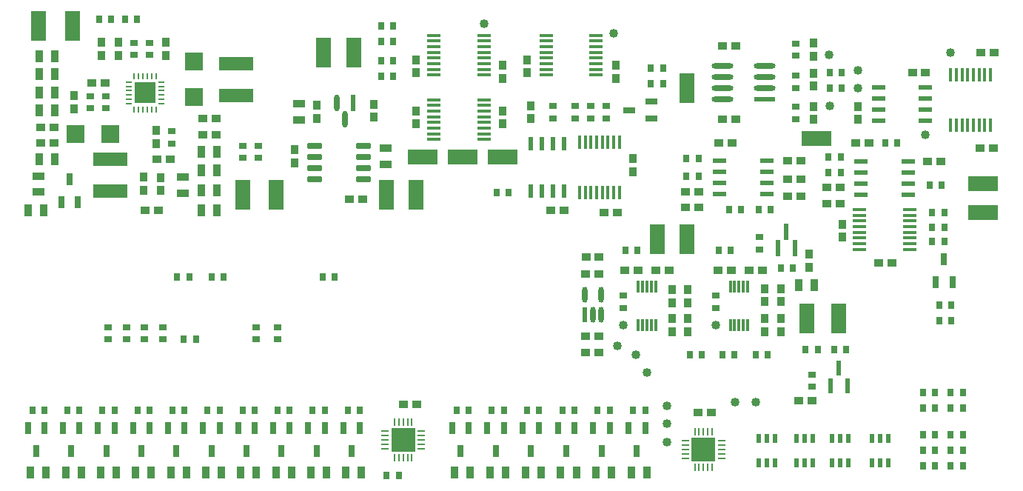
<source format=gtp>
G04*
G04 #@! TF.GenerationSoftware,Altium Limited,Altium Designer,22.10.1 (41)*
G04*
G04 Layer_Color=8421504*
%FSLAX25Y25*%
%MOIN*%
G70*
G04*
G04 #@! TF.SameCoordinates,B9BD54E3-EECD-4B20-9C05-BBB2DA08042D*
G04*
G04*
G04 #@! TF.FilePolarity,Positive*
G04*
G01*
G75*
%ADD21R,0.03543X0.02953*%
%ADD22R,0.02953X0.03543*%
%ADD23C,0.04000*%
%ADD24R,0.13386X0.07087*%
%ADD25R,0.06102X0.02362*%
%ADD26R,0.03937X0.03740*%
%ADD27R,0.03740X0.03937*%
%ADD28R,0.05906X0.01575*%
%ADD29R,0.03543X0.05315*%
G04:AMPARAMS|DCode=30|XSize=71.07mil|YSize=24.1mil|CornerRadius=12.05mil|HoleSize=0mil|Usage=FLASHONLY|Rotation=90.000|XOffset=0mil|YOffset=0mil|HoleType=Round|Shape=RoundedRectangle|*
%AMROUNDEDRECTD30*
21,1,0.07107,0.00000,0,0,90.0*
21,1,0.04697,0.02410,0,0,90.0*
1,1,0.02410,0.00000,0.02349*
1,1,0.02410,0.00000,-0.02349*
1,1,0.02410,0.00000,-0.02349*
1,1,0.02410,0.00000,0.02349*
%
%ADD30ROUNDEDRECTD30*%
%ADD31R,0.02410X0.07107*%
%ADD32R,0.05512X0.03150*%
%ADD33R,0.02362X0.04331*%
%ADD34R,0.02362X0.07087*%
%ADD35R,0.01181X0.05512*%
%ADD36R,0.02362X0.07480*%
%ADD37R,0.03150X0.05512*%
%ADD38O,0.03543X0.00984*%
%ADD39O,0.00984X0.03543*%
%ADD40R,0.11024X0.11024*%
%ADD41R,0.01575X0.05906*%
G04:AMPARAMS|DCode=42|XSize=97.21mil|YSize=24.49mil|CornerRadius=12.25mil|HoleSize=0mil|Usage=FLASHONLY|Rotation=180.000|XOffset=0mil|YOffset=0mil|HoleType=Round|Shape=RoundedRectangle|*
%AMROUNDEDRECTD42*
21,1,0.09721,0.00000,0,0,180.0*
21,1,0.07272,0.02449,0,0,180.0*
1,1,0.02449,-0.03636,0.00000*
1,1,0.02449,0.03636,0.00000*
1,1,0.02449,0.03636,0.00000*
1,1,0.02449,-0.03636,0.00000*
%
%ADD42ROUNDEDRECTD42*%
%ADD43R,0.09721X0.02449*%
%ADD44R,0.02362X0.06102*%
%ADD45R,0.02410X0.07378*%
G04:AMPARAMS|DCode=46|XSize=73.78mil|YSize=24.1mil|CornerRadius=12.05mil|HoleSize=0mil|Usage=FLASHONLY|Rotation=270.000|XOffset=0mil|YOffset=0mil|HoleType=Round|Shape=RoundedRectangle|*
%AMROUNDEDRECTD46*
21,1,0.07378,0.00000,0,0,270.0*
21,1,0.04968,0.02410,0,0,270.0*
1,1,0.02410,0.00000,-0.02484*
1,1,0.02410,0.00000,0.02484*
1,1,0.02410,0.00000,0.02484*
1,1,0.02410,0.00000,-0.02484*
%
%ADD46ROUNDEDRECTD46*%
G04:AMPARAMS|DCode=47|XSize=25.59mil|YSize=64.96mil|CornerRadius=1.92mil|HoleSize=0mil|Usage=FLASHONLY|Rotation=270.000|XOffset=0mil|YOffset=0mil|HoleType=Round|Shape=RoundedRectangle|*
%AMROUNDEDRECTD47*
21,1,0.02559,0.06112,0,0,270.0*
21,1,0.02175,0.06496,0,0,270.0*
1,1,0.00384,-0.03056,-0.01088*
1,1,0.00384,-0.03056,0.01088*
1,1,0.00384,0.03056,0.01088*
1,1,0.00384,0.03056,-0.01088*
%
%ADD47ROUNDEDRECTD47*%
%ADD48R,0.15748X0.05906*%
%ADD49R,0.07874X0.07874*%
%ADD50R,0.09646X0.09646*%
%ADD51R,0.02756X0.00984*%
%ADD52R,0.00984X0.02756*%
%ADD53R,0.05315X0.03543*%
%ADD54R,0.07874X0.07874*%
%ADD55R,0.07087X0.13386*%
D21*
X435600Y269056D02*
D03*
Y263544D02*
D03*
X142500Y223044D02*
D03*
Y228556D02*
D03*
X150667Y223044D02*
D03*
Y228556D02*
D03*
X158833Y223044D02*
D03*
Y228556D02*
D03*
X167000Y223044D02*
D03*
Y228556D02*
D03*
X209000Y223044D02*
D03*
Y228556D02*
D03*
X218800Y223044D02*
D03*
Y228556D02*
D03*
X359700Y328012D02*
D03*
Y322500D02*
D03*
X352700Y328012D02*
D03*
Y322500D02*
D03*
X366700Y328012D02*
D03*
Y322500D02*
D03*
X459500Y201744D02*
D03*
Y207256D02*
D03*
X141500Y332500D02*
D03*
Y326988D02*
D03*
X171000Y311291D02*
D03*
Y316803D02*
D03*
X134500Y326988D02*
D03*
Y332500D02*
D03*
X161000Y356500D02*
D03*
Y350988D02*
D03*
X154000Y356500D02*
D03*
Y350988D02*
D03*
X452000Y322244D02*
D03*
Y327756D02*
D03*
Y341756D02*
D03*
Y336244D02*
D03*
Y356209D02*
D03*
Y350697D02*
D03*
X203000Y304644D02*
D03*
Y310156D02*
D03*
X210000Y304644D02*
D03*
Y310156D02*
D03*
X342700Y322500D02*
D03*
Y328012D02*
D03*
X416000Y242756D02*
D03*
Y237244D02*
D03*
X374500Y242756D02*
D03*
Y237244D02*
D03*
D22*
X182056Y223100D02*
D03*
X176544D02*
D03*
X513500Y267000D02*
D03*
X519012D02*
D03*
X472256Y298000D02*
D03*
X466744D02*
D03*
X472256Y305000D02*
D03*
X466744D02*
D03*
X512244Y292500D02*
D03*
X517756D02*
D03*
X513500Y280000D02*
D03*
X519012D02*
D03*
X513500Y273500D02*
D03*
X519012D02*
D03*
X497756Y311500D02*
D03*
X492244D02*
D03*
X386744Y345000D02*
D03*
X392256D02*
D03*
X386744Y338000D02*
D03*
X392256D02*
D03*
X522091Y231362D02*
D03*
X516579D02*
D03*
X522091Y238362D02*
D03*
X516579D02*
D03*
X244512Y251000D02*
D03*
X239000D02*
D03*
X189000D02*
D03*
X194512D02*
D03*
X179000D02*
D03*
X173488D02*
D03*
X408256Y296500D02*
D03*
X402744D02*
D03*
X408256Y304500D02*
D03*
X402744D02*
D03*
X265244Y341500D02*
D03*
X270756D02*
D03*
X265244Y348500D02*
D03*
X270756D02*
D03*
X265244Y357000D02*
D03*
X270756D02*
D03*
Y364000D02*
D03*
X265244D02*
D03*
X509244Y192000D02*
D03*
X514756D02*
D03*
X521756D02*
D03*
X527268D02*
D03*
X155562Y191000D02*
D03*
X161074D02*
D03*
X171340D02*
D03*
X176852D02*
D03*
X187118D02*
D03*
X192629D02*
D03*
X202895D02*
D03*
X208407D02*
D03*
X218673D02*
D03*
X224185D02*
D03*
X234451D02*
D03*
X239963D02*
D03*
X250229D02*
D03*
X255740D02*
D03*
X435244Y281500D02*
D03*
X440756D02*
D03*
X422000D02*
D03*
X427512D02*
D03*
X467242Y343000D02*
D03*
X472754D02*
D03*
X467242Y336000D02*
D03*
X472754D02*
D03*
X422756Y263000D02*
D03*
X417244D02*
D03*
X445244Y255000D02*
D03*
X450756D02*
D03*
X273221Y161835D02*
D03*
X267709D02*
D03*
X384241Y191000D02*
D03*
X378729D02*
D03*
X304741D02*
D03*
X299229D02*
D03*
X113741D02*
D03*
X108229D02*
D03*
X320640D02*
D03*
X315129D02*
D03*
X129518D02*
D03*
X124006D02*
D03*
X336541D02*
D03*
X331029D02*
D03*
X145296D02*
D03*
X139784D02*
D03*
X352441D02*
D03*
X346929D02*
D03*
X368340D02*
D03*
X362829D02*
D03*
X456488Y218500D02*
D03*
X462000D02*
D03*
X509244Y199000D02*
D03*
X514756D02*
D03*
X138244Y367000D02*
D03*
X143756D02*
D03*
X469244Y218500D02*
D03*
X474756D02*
D03*
X521756Y199000D02*
D03*
X527268D02*
D03*
X150000Y367000D02*
D03*
X155512D02*
D03*
X509244Y166000D02*
D03*
X514756D02*
D03*
X521756D02*
D03*
X527268D02*
D03*
X509244Y173000D02*
D03*
X514756D02*
D03*
X521756D02*
D03*
X527268D02*
D03*
X509244Y180000D02*
D03*
X514756D02*
D03*
X521756D02*
D03*
X527268D02*
D03*
X375244Y263000D02*
D03*
X380756D02*
D03*
X317244Y289000D02*
D03*
X322756D02*
D03*
X439512Y216000D02*
D03*
X434000D02*
D03*
X419020D02*
D03*
X424532D02*
D03*
X409756D02*
D03*
X404244D02*
D03*
D23*
X394000Y176900D02*
D03*
X369900Y360700D02*
D03*
X480000Y336000D02*
D03*
X521823Y352000D02*
D03*
X467242Y328000D02*
D03*
X467000Y351000D02*
D03*
X480000Y344000D02*
D03*
X510500Y315000D02*
D03*
X394000Y193000D02*
D03*
Y185000D02*
D03*
X416000Y229339D02*
D03*
X374500D02*
D03*
X380000Y216000D02*
D03*
X434100Y194700D02*
D03*
X424800D02*
D03*
X385000Y208000D02*
D03*
X371800Y220000D02*
D03*
X311619Y365000D02*
D03*
D24*
X536500Y293000D02*
D03*
Y280200D02*
D03*
X461500Y313500D02*
D03*
X320000Y305000D02*
D03*
X284000D02*
D03*
X302000D02*
D03*
D25*
X439130Y303500D02*
D03*
Y298500D02*
D03*
Y293500D02*
D03*
Y288500D02*
D03*
X417870D02*
D03*
Y293500D02*
D03*
Y298500D02*
D03*
Y303500D02*
D03*
X481500Y303000D02*
D03*
Y298000D02*
D03*
Y293000D02*
D03*
Y288000D02*
D03*
X502760D02*
D03*
Y293000D02*
D03*
Y298000D02*
D03*
Y303000D02*
D03*
X510500Y336500D02*
D03*
Y331500D02*
D03*
Y326500D02*
D03*
Y321500D02*
D03*
X489240D02*
D03*
Y326500D02*
D03*
Y331500D02*
D03*
Y336500D02*
D03*
D26*
X489547Y257500D02*
D03*
X495453D02*
D03*
X466047Y291500D02*
D03*
X471953D02*
D03*
X471953Y284000D02*
D03*
X466047D02*
D03*
X517453Y303000D02*
D03*
X511547D02*
D03*
X484953Y311500D02*
D03*
X479047D02*
D03*
X363453Y217000D02*
D03*
X357547D02*
D03*
X363453Y224500D02*
D03*
X357547D02*
D03*
X363500Y260000D02*
D03*
X357594D02*
D03*
X363453Y252500D02*
D03*
X357547D02*
D03*
X402547Y289500D02*
D03*
X408453D02*
D03*
X453547Y195600D02*
D03*
X459453D02*
D03*
X164953Y281000D02*
D03*
X159047D02*
D03*
X256906Y286000D02*
D03*
X251000D02*
D03*
X170453Y304000D02*
D03*
X164547D02*
D03*
X140953Y338500D02*
D03*
X135047D02*
D03*
X185047Y322500D02*
D03*
X190953D02*
D03*
X185047Y315000D02*
D03*
X190953D02*
D03*
X117953Y311500D02*
D03*
X112047D02*
D03*
X117953Y318500D02*
D03*
X112047D02*
D03*
X417547Y311500D02*
D03*
X423453D02*
D03*
X448547Y287500D02*
D03*
X454453D02*
D03*
Y295000D02*
D03*
X448547D02*
D03*
Y303500D02*
D03*
X454453D02*
D03*
X418998Y322000D02*
D03*
X424903D02*
D03*
X402547Y282500D02*
D03*
X408453D02*
D03*
X419047Y355000D02*
D03*
X424953D02*
D03*
X510500Y343000D02*
D03*
X504595D02*
D03*
X423000Y254000D02*
D03*
X417095D02*
D03*
X535547Y352000D02*
D03*
X541453D02*
D03*
X535047Y309000D02*
D03*
X540953D02*
D03*
X413953Y190000D02*
D03*
X408047D02*
D03*
X281218Y193835D02*
D03*
X275313D02*
D03*
X375047Y254000D02*
D03*
X380953D02*
D03*
X371605Y280000D02*
D03*
X365700D02*
D03*
X347700Y281000D02*
D03*
X341794D02*
D03*
X436953Y254000D02*
D03*
X431047D02*
D03*
X394905D02*
D03*
X389000D02*
D03*
D27*
X473000Y274953D02*
D03*
Y269047D02*
D03*
X378700Y304453D02*
D03*
Y298547D02*
D03*
X166000Y295953D02*
D03*
Y290047D02*
D03*
X139500Y350791D02*
D03*
Y356697D02*
D03*
X147000D02*
D03*
Y350791D02*
D03*
X158500Y290094D02*
D03*
Y296000D02*
D03*
X164000Y317000D02*
D03*
Y311094D02*
D03*
X127000Y332697D02*
D03*
Y326791D02*
D03*
X168500Y350791D02*
D03*
Y356697D02*
D03*
X460000Y322047D02*
D03*
Y327953D02*
D03*
Y337047D02*
D03*
Y342953D02*
D03*
Y350500D02*
D03*
Y356405D02*
D03*
X480000Y327953D02*
D03*
Y322047D02*
D03*
X262000Y323047D02*
D03*
Y328953D02*
D03*
X236500Y322500D02*
D03*
Y328405D02*
D03*
X226500Y308453D02*
D03*
Y302547D02*
D03*
X458000Y261453D02*
D03*
Y255547D02*
D03*
X331000Y343047D02*
D03*
Y348953D02*
D03*
X320200Y320047D02*
D03*
Y325953D02*
D03*
X371000Y340547D02*
D03*
Y346453D02*
D03*
X281000Y320047D02*
D03*
Y325953D02*
D03*
Y343047D02*
D03*
Y348953D02*
D03*
X332700Y328209D02*
D03*
Y322303D02*
D03*
X320200Y340547D02*
D03*
Y346453D02*
D03*
X445500Y232500D02*
D03*
Y226594D02*
D03*
X438000Y232500D02*
D03*
Y226594D02*
D03*
Y240047D02*
D03*
Y245953D02*
D03*
X445500Y240047D02*
D03*
Y245953D02*
D03*
X403500Y232453D02*
D03*
Y226547D02*
D03*
X396500Y232453D02*
D03*
Y226547D02*
D03*
Y239547D02*
D03*
Y245453D02*
D03*
X403500Y239547D02*
D03*
Y245453D02*
D03*
D28*
X503319Y263543D02*
D03*
Y266102D02*
D03*
Y268661D02*
D03*
Y271220D02*
D03*
Y273780D02*
D03*
Y276339D02*
D03*
Y278898D02*
D03*
Y281457D02*
D03*
X480681D02*
D03*
Y278898D02*
D03*
Y276339D02*
D03*
Y273780D02*
D03*
Y271220D02*
D03*
Y268661D02*
D03*
Y266102D02*
D03*
Y263543D02*
D03*
X362200Y342043D02*
D03*
Y344602D02*
D03*
Y347161D02*
D03*
Y349721D02*
D03*
Y352279D02*
D03*
Y354839D02*
D03*
Y357398D02*
D03*
Y359957D02*
D03*
X339562D02*
D03*
Y357398D02*
D03*
Y354839D02*
D03*
Y352279D02*
D03*
Y349721D02*
D03*
Y347161D02*
D03*
Y344602D02*
D03*
Y342043D02*
D03*
X288981Y330957D02*
D03*
Y328398D02*
D03*
Y325839D02*
D03*
Y323280D02*
D03*
Y320721D02*
D03*
Y318161D02*
D03*
Y315602D02*
D03*
Y313043D02*
D03*
X311619D02*
D03*
Y315602D02*
D03*
Y318161D02*
D03*
Y320721D02*
D03*
Y323280D02*
D03*
Y325839D02*
D03*
Y328398D02*
D03*
Y330957D02*
D03*
Y342043D02*
D03*
Y344602D02*
D03*
Y347161D02*
D03*
Y349721D02*
D03*
Y352279D02*
D03*
Y354839D02*
D03*
Y357398D02*
D03*
Y359957D02*
D03*
X288981D02*
D03*
Y357398D02*
D03*
Y354839D02*
D03*
Y352279D02*
D03*
Y349721D02*
D03*
Y347161D02*
D03*
Y344602D02*
D03*
Y342043D02*
D03*
D29*
X111457Y350500D02*
D03*
X118543D02*
D03*
X191543Y281000D02*
D03*
X184457D02*
D03*
X113543D02*
D03*
X106457D02*
D03*
X184457Y290000D02*
D03*
X191543D02*
D03*
X118543Y342500D02*
D03*
X111457D02*
D03*
X191543Y299000D02*
D03*
X184457D02*
D03*
X191543Y307500D02*
D03*
X184457D02*
D03*
X111457Y326000D02*
D03*
X118543D02*
D03*
X111457Y334000D02*
D03*
X118543D02*
D03*
X111457Y304000D02*
D03*
X118543D02*
D03*
X161861Y163000D02*
D03*
X154775D02*
D03*
X177639D02*
D03*
X170552D02*
D03*
X193417D02*
D03*
X186330D02*
D03*
X209194D02*
D03*
X202108D02*
D03*
X224972D02*
D03*
X217886D02*
D03*
X240750D02*
D03*
X233663D02*
D03*
X256528D02*
D03*
X249441D02*
D03*
X460543Y247500D02*
D03*
X453457D02*
D03*
X377941Y163000D02*
D03*
X385028D02*
D03*
X298441D02*
D03*
X305528D02*
D03*
X107441D02*
D03*
X114528D02*
D03*
X314341D02*
D03*
X321428D02*
D03*
X123219D02*
D03*
X130306D02*
D03*
X330241D02*
D03*
X337328D02*
D03*
X138997D02*
D03*
X146083D02*
D03*
X346141D02*
D03*
X353228D02*
D03*
X362041D02*
D03*
X369128D02*
D03*
D30*
X357000Y243059D02*
D03*
X364480D02*
D03*
Y234000D02*
D03*
X360740D02*
D03*
D31*
X357000D02*
D03*
D32*
X376882Y326240D02*
D03*
X387118Y329981D02*
D03*
Y322500D02*
D03*
D33*
X486260Y167489D02*
D03*
X490000D02*
D03*
X493740D02*
D03*
Y178512D02*
D03*
X490000D02*
D03*
X486260D02*
D03*
X468259Y167489D02*
D03*
X472000D02*
D03*
X475740D02*
D03*
Y178512D02*
D03*
X472000D02*
D03*
X468259D02*
D03*
X452259Y167489D02*
D03*
X456000D02*
D03*
X459740D02*
D03*
Y178512D02*
D03*
X456000D02*
D03*
X452259D02*
D03*
X435259Y167489D02*
D03*
X439000D02*
D03*
X442740D02*
D03*
Y178512D02*
D03*
X439000D02*
D03*
X435259D02*
D03*
D34*
X467760Y202126D02*
D03*
X475240D02*
D03*
X471500Y210000D02*
D03*
D35*
X388937Y229339D02*
D03*
X386968D02*
D03*
X385000D02*
D03*
X383032D02*
D03*
X381063D02*
D03*
X381063Y246661D02*
D03*
X383032D02*
D03*
X385000D02*
D03*
X386968D02*
D03*
X388937D02*
D03*
X430437Y229339D02*
D03*
X428469D02*
D03*
X426500D02*
D03*
X424532D02*
D03*
X422563D02*
D03*
X422563Y246661D02*
D03*
X424532D02*
D03*
X426500D02*
D03*
X428469D02*
D03*
X430437D02*
D03*
D36*
X444000Y264000D02*
D03*
X451559D02*
D03*
X447780Y271559D02*
D03*
D37*
X515095Y248744D02*
D03*
X522575D02*
D03*
X518834Y258980D02*
D03*
X121260Y284882D02*
D03*
X128740D02*
D03*
X125000Y295118D02*
D03*
X157334Y172882D02*
D03*
X153593Y183118D02*
D03*
X161074D02*
D03*
X173111Y172882D02*
D03*
X169371Y183118D02*
D03*
X176851D02*
D03*
X188889Y172882D02*
D03*
X185149Y183118D02*
D03*
X192629D02*
D03*
X204667Y172882D02*
D03*
X200926Y183118D02*
D03*
X208407D02*
D03*
X220445Y172882D02*
D03*
X216704Y183118D02*
D03*
X224184D02*
D03*
X236223Y172882D02*
D03*
X232482Y183118D02*
D03*
X239962D02*
D03*
X252000Y172882D02*
D03*
X248260Y183118D02*
D03*
X255740D02*
D03*
X384240D02*
D03*
X376760D02*
D03*
X380500Y172882D02*
D03*
X304740Y183118D02*
D03*
X297260D02*
D03*
X301000Y172882D02*
D03*
X113740Y183118D02*
D03*
X106260D02*
D03*
X110000Y172882D02*
D03*
X320640Y183118D02*
D03*
X313160D02*
D03*
X316900Y172882D02*
D03*
X129518Y183118D02*
D03*
X122038D02*
D03*
X125778Y172882D02*
D03*
X336540Y183118D02*
D03*
X329060D02*
D03*
X332800Y172882D02*
D03*
X145296Y183118D02*
D03*
X137815D02*
D03*
X141556Y172882D02*
D03*
X352440Y183118D02*
D03*
X344960D02*
D03*
X348700Y172882D02*
D03*
X368340Y183118D02*
D03*
X360860D02*
D03*
X364600Y172882D02*
D03*
D38*
X267200Y181774D02*
D03*
Y179806D02*
D03*
Y177837D02*
D03*
Y175868D02*
D03*
Y173900D02*
D03*
X283342D02*
D03*
Y175868D02*
D03*
Y177837D02*
D03*
Y179806D02*
D03*
Y181774D02*
D03*
X402429Y177437D02*
D03*
Y175469D02*
D03*
Y173500D02*
D03*
Y171531D02*
D03*
Y169563D02*
D03*
X418571D02*
D03*
Y171531D02*
D03*
Y173500D02*
D03*
Y175469D02*
D03*
Y177437D02*
D03*
D39*
X271334Y169766D02*
D03*
X273302D02*
D03*
X275271D02*
D03*
X277239D02*
D03*
X279208D02*
D03*
Y185908D02*
D03*
X277239D02*
D03*
X275271D02*
D03*
X273302D02*
D03*
X271334D02*
D03*
X406563Y165429D02*
D03*
X408532D02*
D03*
X410500D02*
D03*
X412468D02*
D03*
X414437D02*
D03*
Y181571D02*
D03*
X412468D02*
D03*
X410500D02*
D03*
X408532D02*
D03*
X406563D02*
D03*
D40*
X275271Y177837D02*
D03*
X410500Y173500D02*
D03*
D41*
X539736Y319362D02*
D03*
X537177D02*
D03*
X534618D02*
D03*
X532059D02*
D03*
X529500D02*
D03*
X526941D02*
D03*
X524382D02*
D03*
X521823D02*
D03*
Y342000D02*
D03*
X524382D02*
D03*
X526941D02*
D03*
X529500D02*
D03*
X532059D02*
D03*
X534618D02*
D03*
X537177D02*
D03*
X539736D02*
D03*
X372657Y311819D02*
D03*
X370098D02*
D03*
X367539D02*
D03*
X364980D02*
D03*
X362421D02*
D03*
X359861D02*
D03*
X357302D02*
D03*
X354743D02*
D03*
Y289181D02*
D03*
X357302D02*
D03*
X359861D02*
D03*
X362421D02*
D03*
X364980D02*
D03*
X367539D02*
D03*
X370098D02*
D03*
X372657D02*
D03*
D42*
X418995Y331000D02*
D03*
Y336000D02*
D03*
Y341000D02*
D03*
Y346000D02*
D03*
X438000D02*
D03*
Y341000D02*
D03*
Y336000D02*
D03*
D43*
Y331000D02*
D03*
D44*
X332700Y289870D02*
D03*
X337700D02*
D03*
X342700D02*
D03*
X347700D02*
D03*
Y311130D02*
D03*
X342700D02*
D03*
X337700D02*
D03*
X332700D02*
D03*
D45*
X252740Y329365D02*
D03*
D46*
X245260D02*
D03*
X249000Y322000D02*
D03*
D47*
X257500Y295000D02*
D03*
Y300000D02*
D03*
Y305000D02*
D03*
Y310000D02*
D03*
X235256Y295000D02*
D03*
Y300000D02*
D03*
Y305000D02*
D03*
Y310000D02*
D03*
D48*
X143500Y304087D02*
D03*
Y289913D02*
D03*
X200000Y347087D02*
D03*
Y332913D02*
D03*
D49*
X143500Y315500D02*
D03*
X127752D02*
D03*
D50*
X159047Y334020D02*
D03*
D51*
X151567Y329197D02*
D03*
Y331126D02*
D03*
Y333055D02*
D03*
Y334984D02*
D03*
Y336913D02*
D03*
Y338843D02*
D03*
X166527D02*
D03*
Y336913D02*
D03*
Y334984D02*
D03*
Y333055D02*
D03*
Y331126D02*
D03*
Y329197D02*
D03*
D52*
X154126Y341500D02*
D03*
X156095D02*
D03*
X158063D02*
D03*
X160031D02*
D03*
X162000D02*
D03*
X163969D02*
D03*
Y326539D02*
D03*
X162000D02*
D03*
X160031D02*
D03*
X158063D02*
D03*
X156095D02*
D03*
X154126D02*
D03*
D53*
X111000Y289457D02*
D03*
Y296543D02*
D03*
X176000Y288957D02*
D03*
Y296043D02*
D03*
X228500Y329043D02*
D03*
Y321957D02*
D03*
X267500Y301957D02*
D03*
Y309043D02*
D03*
D54*
X181000Y348000D02*
D03*
Y332252D02*
D03*
D55*
X403000Y336000D02*
D03*
X203000Y288000D02*
D03*
X111000Y364000D02*
D03*
X217900Y288000D02*
D03*
X126300Y364000D02*
D03*
X267550Y288000D02*
D03*
X253000Y352000D02*
D03*
X281000Y288000D02*
D03*
X239500Y352000D02*
D03*
X389800Y268000D02*
D03*
X457000Y232500D02*
D03*
X403000Y268000D02*
D03*
X471500Y232500D02*
D03*
M02*

</source>
